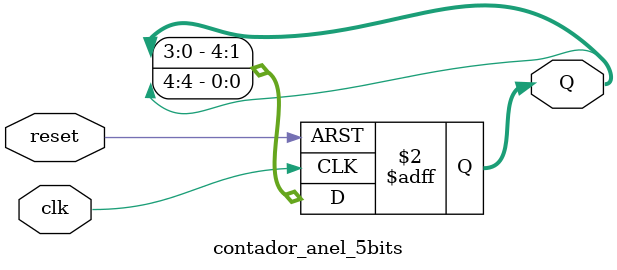
<source format=v>

module contador_anel_5bits(
    output reg [4:0] Q,  // Saída de 5 bits
    input clk,           // Clock de entrada
    input reset          // Sinal de reset
);

    always @(posedge clk or posedge reset) begin
        if (reset) begin
            Q <= 5'b10000;  // Inicializa o contador em "10000"
        end else begin
            Q <= {Q[3:0], Q[4]};  // Desloca o bit "1" para a esquerda em cada pulso
        end
    end

endmodule

</source>
